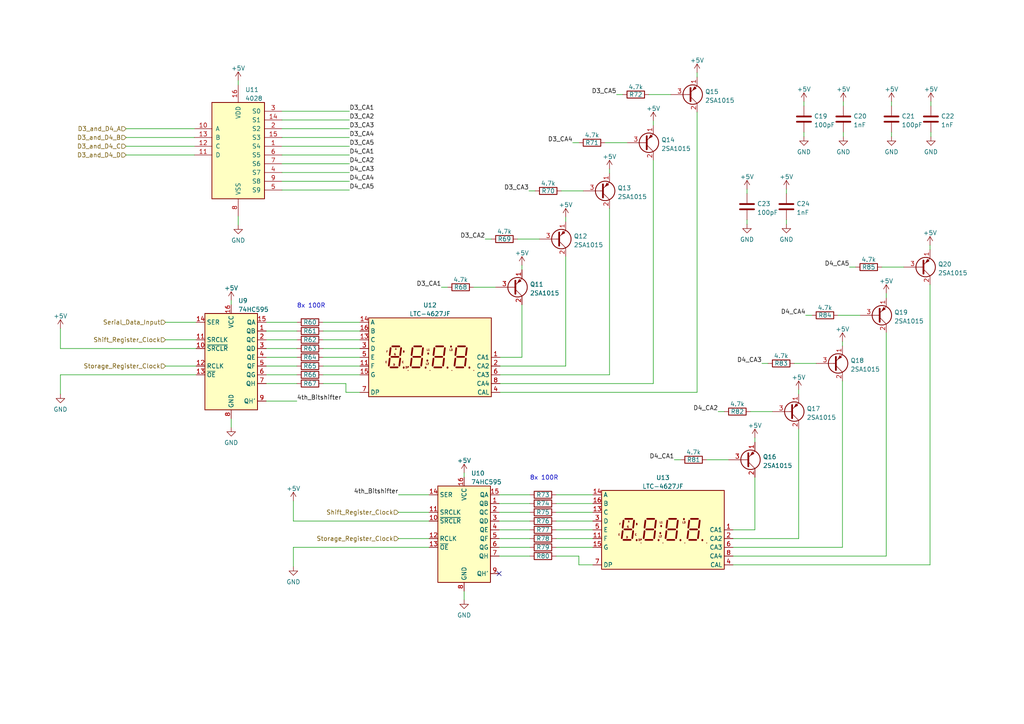
<source format=kicad_sch>
(kicad_sch (version 20211123) (generator eeschema)
  (paper "A4")
  (lib_symbols
    (symbol "4xxx:4028" (pin_names (offset 1.016))
      (property "Reference" "U" (at -7.62 13.97 0))
      (property "Value" "4028" (at -7.62 -16.51 0))
      (symbol "4028_1_0"
        (pin output line (at 12.7 0 180) (length 5.08) (name "S4") (number "1"))
        (pin input line (at -12.7 5.08 0) (length 5.08) (name "A") (number "10"))
        (pin input line (at -12.7 -2.54 0) (length 5.08) (name "D") (number "11"))
        (pin input line (at -12.7 0 0) (length 5.08) (name "C") (number "12"))
        (pin input line (at -12.7 2.54 0) (length 5.08) (name "B") (number "13"))
        (pin output line (at 12.7 7.62 180) (length 5.08) (name "S1") (number "14"))
        (pin output line (at 12.7 2.54 180) (length 5.08) (name "S3") (number "15"))
        (pin power_in line (at 0 17.78 270) (length 5.08) (name "VDD") (number "16"))
        (pin output line (at 12.7 5.08 180) (length 5.08) (name "S2") (number "2"))
        (pin output line (at 12.7 10.16 180) (length 5.08) (name "S0") (number "3"))
        (pin output line (at 12.7 -7.62 180) (length 5.08) (name "S7") (number "4"))
        (pin output line (at 12.7 -12.7 180) (length 5.08) (name "S9") (number "5"))
        (pin output line (at 12.7 -2.54 180) (length 5.08) (name "S5") (number "6"))
        (pin output line (at 12.7 -5.08 180) (length 5.08) (name "S6") (number "7"))
        (pin power_in line (at 0 -20.32 90) (length 5.08) (name "VSS") (number "8"))
        (pin output line (at 12.7 -10.16 180) (length 5.08) (name "S8") (number "9"))
      )
      (symbol "4028_1_1"
        (rectangle (start -7.62 12.7) (end 7.62 -15.24) (stroke (width 0.254)) (fill (type background)))
      )
    )
    (symbol "74xx:74HC595"
      (property "Reference" "U" (at -7.62 13.97 0))
      (property "Value" "74HC595" (at -7.62 -16.51 0))
      (symbol "74HC595_1_0"
        (pin tri_state line (at 10.16 7.62 180) (length 2.54) (name "QB") (number "1"))
        (pin input line (at -10.16 2.54 0) (length 2.54) (name "~{SRCLR}") (number "10"))
        (pin input line (at -10.16 5.08 0) (length 2.54) (name "SRCLK") (number "11"))
        (pin input line (at -10.16 -2.54 0) (length 2.54) (name "RCLK") (number "12"))
        (pin input line (at -10.16 -5.08 0) (length 2.54) (name "~{OE}") (number "13"))
        (pin input line (at -10.16 10.16 0) (length 2.54) (name "SER") (number "14"))
        (pin tri_state line (at 10.16 10.16 180) (length 2.54) (name "QA") (number "15"))
        (pin power_in line (at 0 15.24 270) (length 2.54) (name "VCC") (number "16"))
        (pin tri_state line (at 10.16 5.08 180) (length 2.54) (name "QC") (number "2"))
        (pin tri_state line (at 10.16 2.54 180) (length 2.54) (name "QD") (number "3"))
        (pin tri_state line (at 10.16 0 180) (length 2.54) (name "QE") (number "4"))
        (pin tri_state line (at 10.16 -2.54 180) (length 2.54) (name "QF") (number "5"))
        (pin tri_state line (at 10.16 -5.08 180) (length 2.54) (name "QG") (number "6"))
        (pin tri_state line (at 10.16 -7.62 180) (length 2.54) (name "QH") (number "7"))
        (pin power_in line (at 0 -17.78 90) (length 2.54) (name "GND") (number "8"))
        (pin output line (at 10.16 -12.7 180) (length 2.54) (name "QH'") (number "9"))
      )
      (symbol "74HC595_1_1"
        (rectangle (start -7.62 12.7) (end 7.62 -15.24) (stroke (width 0.254)) (fill (type background)))
      )
    )
    (symbol "Device:C" (pin_numbers hide) (pin_names (offset 0.254))
      (property "Reference" "C" (at 0.635 2.54 0))
      (property "Value" "C" (at 0.635 -2.54 0))
      (symbol "C_0_1"
        (polyline (pts (xy -2.032 -0.762) (xy 2.032 -0.762)) (stroke (width 0.508)))
        (polyline (pts (xy -2.032 0.762) (xy 2.032 0.762)) (stroke (width 0.508)))
      )
      (symbol "C_1_1"
        (pin passive line (at 0 3.81 270) (length 2.794) (name "~") (number "1"))
        (pin passive line (at 0 -3.81 90) (length 2.794) (name "~") (number "2"))
      )
    )
    (symbol "Device:R" (pin_numbers hide) (pin_names (offset 0))
      (property "Reference" "R" (at 2.032 0 90))
      (property "Value" "R" (at 0 0 90))
      (symbol "R_0_1"
        (rectangle (start -1.016 -2.54) (end 1.016 2.54) (stroke (width 0.254)))
      )
      (symbol "R_1_1"
        (pin passive line (at 0 3.81 270) (length 1.27) (name "~") (number "1"))
        (pin passive line (at 0 -3.81 90) (length 1.27) (name "~") (number "2"))
      )
    )
    (symbol "Display_Character:LTC-4627JF"
      (property "Reference" "U" (at -17.78 12.7 0))
      (property "Value" "LTC-4627JF" (at 17.78 12.7 0))
      (symbol "LTC-4627JF_0_1"
        (rectangle (start -17.78 -11.43) (end 17.78 11.43) (stroke (width 0.254)) (fill (type background)))
        (rectangle (start -6.35 -3.81) (end -6.35 -3.81) (stroke (width 0.254)))
        (rectangle (start 0 -3.81) (end 0 -3.81) (stroke (width 0.254)))
        (polyline (pts (xy -6.35 -3.81) (xy -6.35 -3.81)) (stroke (width 0.254)))
        (polyline (pts (xy 0 -3.81) (xy 0 -3.81)) (stroke (width 0.254)))
        (polyline (pts (xy 6.35 -3.81) (xy 6.35 -3.81)) (stroke (width 0.254)))
        (polyline (pts (xy 12.7 -3.81) (xy 12.7 -3.81)) (stroke (width 0.254)))
        (rectangle (start 6.35 -3.81) (end 6.35 -3.81) (stroke (width 0.254)))
        (rectangle (start 12.7 -3.81) (end 12.7 -3.81) (stroke (width 0.254)))
      )
      (symbol "LTC-4627JF_1_0"
        (text "A" (at -9.906 2.413 0) (effects (font (size 0.508 0.508))))
        (text "B" (at -7.62 1.651 0) (effects (font (size 0.508 0.508))))
        (text "C" (at -7.874 -1.397 0) (effects (font (size 0.508 0.508))))
        (text "D" (at -10.414 -2.159 0) (effects (font (size 0.508 0.508))))
        (text "DP" (at -6.604 -2.921 0) (effects (font (size 0.508 0.508))))
        (text "E" (at -12.7 -1.397 0) (effects (font (size 0.508 0.508))))
        (text "F" (at -12.446 1.651 0) (effects (font (size 0.508 0.508))))
        (text "G" (at -10.16 0.889 0) (effects (font (size 0.508 0.508))))
        (text "L1" (at -0.508 2.159 0) (effects (font (size 0.508 0.508))))
        (text "L2" (at -0.762 -1.905 0) (effects (font (size 0.508 0.508))))
        (text "L3" (at 6.096 2.159 0) (effects (font (size 0.508 0.508))))
      )
      (symbol "LTC-4627JF_1_1"
        (polyline (pts (xy -11.684 -0.381) (xy -11.938 -2.413)) (stroke (width 0.508)))
        (polyline (pts (xy -11.43 -2.921) (xy -9.398 -2.921)) (stroke (width 0.508)))
        (polyline (pts (xy -11.43 2.667) (xy -11.684 0.635)) (stroke (width 0.508)))
        (polyline (pts (xy -11.176 0.127) (xy -9.144 0.127)) (stroke (width 0.508)))
        (polyline (pts (xy -10.922 3.175) (xy -8.89 3.175)) (stroke (width 0.508)))
        (polyline (pts (xy -8.636 -0.381) (xy -8.89 -2.413)) (stroke (width 0.508)))
        (polyline (pts (xy -8.382 2.667) (xy -8.636 0.635)) (stroke (width 0.508)))
        (polyline (pts (xy -7.62 -3.048) (xy -7.62 -2.921)) (stroke (width 0.508)))
        (polyline (pts (xy -5.334 -0.381) (xy -5.588 -2.413)) (stroke (width 0.508)))
        (polyline (pts (xy -5.08 -2.921) (xy -3.048 -2.921)) (stroke (width 0.508)))
        (polyline (pts (xy -5.08 2.667) (xy -5.334 0.635)) (stroke (width 0.508)))
        (polyline (pts (xy -4.826 0.127) (xy -2.794 0.127)) (stroke (width 0.508)))
        (polyline (pts (xy -4.572 3.175) (xy -2.54 3.175)) (stroke (width 0.508)))
        (polyline (pts (xy -2.286 -0.381) (xy -2.54 -2.413)) (stroke (width 0.508)))
        (polyline (pts (xy -2.032 2.667) (xy -2.286 0.635)) (stroke (width 0.508)))
        (polyline (pts (xy -1.27 -3.048) (xy -1.27 -2.921)) (stroke (width 0.508)))
        (polyline (pts (xy -0.762 -1.016) (xy -0.762 -0.889)) (stroke (width 0.508)))
        (polyline (pts (xy -0.508 1.016) (xy -0.508 1.143)) (stroke (width 0.508)))
        (polyline (pts (xy 1.016 -0.381) (xy 0.762 -2.413)) (stroke (width 0.508)))
        (polyline (pts (xy 1.27 -2.921) (xy 3.302 -2.921)) (stroke (width 0.508)))
        (polyline (pts (xy 1.27 2.667) (xy 1.016 0.635)) (stroke (width 0.508)))
        (polyline (pts (xy 1.524 0.127) (xy 3.556 0.127)) (stroke (width 0.508)))
        (polyline (pts (xy 1.778 3.175) (xy 3.81 3.175)) (stroke (width 0.508)))
        (polyline (pts (xy 4.064 -0.381) (xy 3.81 -2.413)) (stroke (width 0.508)))
        (polyline (pts (xy 4.318 2.667) (xy 4.064 0.635)) (stroke (width 0.508)))
        (polyline (pts (xy 5.08 -3.048) (xy 5.08 -2.921)) (stroke (width 0.508)))
        (polyline (pts (xy 6.096 3.048) (xy 6.096 3.175)) (stroke (width 0.508)))
        (polyline (pts (xy 7.366 -0.381) (xy 7.112 -2.413)) (stroke (width 0.508)))
        (polyline (pts (xy 7.62 -2.921) (xy 9.652 -2.921)) (stroke (width 0.508)))
        (polyline (pts (xy 7.62 2.667) (xy 7.366 0.635)) (stroke (width 0.508)))
        (polyline (pts (xy 7.874 0.127) (xy 9.906 0.127)) (stroke (width 0.508)))
        (polyline (pts (xy 8.128 3.175) (xy 10.16 3.175)) (stroke (width 0.508)))
        (polyline (pts (xy 10.414 -0.381) (xy 10.16 -2.413)) (stroke (width 0.508)))
        (polyline (pts (xy 10.668 2.667) (xy 10.414 0.635)) (stroke (width 0.508)))
        (polyline (pts (xy 11.43 -3.048) (xy 11.43 -2.921)) (stroke (width 0.508)))
        (pin input line (at 20.32 0 180) (length 2.54) (name "CA1") (number "1"))
        (pin input line (at -20.32 -2.54 0) (length 2.54) (name "F") (number "11"))
        (pin input line (at -20.32 5.08 0) (length 2.54) (name "C") (number "13"))
        (pin input line (at -20.32 10.16 0) (length 2.54) (name "A") (number "14"))
        (pin input line (at -20.32 -5.08 0) (length 2.54) (name "G") (number "15"))
        (pin input line (at -20.32 7.62 0) (length 2.54) (name "B") (number "16"))
        (pin input line (at 20.32 -2.54 180) (length 2.54) (name "CA2") (number "2"))
        (pin input line (at -20.32 2.54 0) (length 2.54) (name "D") (number "3"))
        (pin input line (at 20.32 -10.16 180) (length 2.54) (name "CAL") (number "4"))
        (pin input line (at -20.32 0 0) (length 2.54) (name "E") (number "5"))
        (pin input line (at 20.32 -5.08 180) (length 2.54) (name "CA3") (number "6"))
        (pin input line (at -20.32 -10.16 0) (length 2.54) (name "DP") (number "7"))
        (pin input line (at 20.32 -7.62 180) (length 2.54) (name "CA4") (number "8"))
        (pin no_connect line (at 17.78 7.62 180) (length 2.54) hide (name "NC") (number "9"))
      )
    )
    (symbol "Transistor_BJT:2SA1015" (pin_names (offset 0) hide)
      (property "Reference" "Q" (at 5.08 1.905 0))
      (property "Value" "2SA1015" (at 5.08 0 0))
      (symbol "2SA1015_0_1"
        (polyline (pts (xy 0 0) (xy 0.635 0)))
        (polyline (pts (xy 2.54 -2.54) (xy 0.635 -0.635)))
        (polyline (pts (xy 2.54 2.54) (xy 0.635 0.635)))
        (polyline (pts (xy 0.635 1.905) (xy 0.635 -1.905) (xy 0.635 -1.905)) (stroke (width 0.508)) (fill (type outline)))
        (polyline (pts (xy 1.778 -2.286) (xy 2.286 -1.778) (xy 1.27 -1.27) (xy 1.778 -2.286) (xy 1.778 -2.286)) (fill (type outline)))
        (circle (center 1.27 0) (radius 2.8194) (stroke (width 0.254)))
      )
      (symbol "2SA1015_1_1"
        (pin passive line (at 2.54 -5.08 90) (length 2.54) (name "E") (number "1"))
        (pin passive line (at 2.54 5.08 270) (length 2.54) (name "C") (number "2"))
        (pin input line (at -5.08 0 0) (length 5.08) (name "B") (number "3"))
      )
    )
    (symbol "power:+5V" (power) (pin_names (offset 0))
      (property "Value" "+5V" (at 0 3.556 0))
      (symbol "+5V_0_1"
        (polyline (pts (xy -0.762 1.27) (xy 0 2.54)))
        (polyline (pts (xy 0 0) (xy 0 2.54)))
        (polyline (pts (xy 0 2.54) (xy 0.762 1.27)))
      )
      (symbol "+5V_1_1"
        (pin power_in line (at 0 0 90) (length 0) hide (name "+5V") (number "1"))
      )
    )
    (symbol "power:GND" (power) (pin_names (offset 0))
      (property "Value" "GND" (at 0 -3.81 0))
      (symbol "GND_0_1"
        (polyline (pts (xy 0 0) (xy 0 -1.27) (xy 1.27 -1.27) (xy 0 -2.54) (xy -1.27 -1.27) (xy 0 -1.27)))
      )
      (symbol "GND_1_1"
        (pin power_in line (at 0 0 270) (length 0) hide (name "GND") (number "1"))
      )
    )
  )
  (no_connect (at 144.78 166.37))
  (wire (pts (xy 115.57 143.51) (xy 124.46 143.51)))
  (wire (pts (xy 167.894 163.83) (xy 171.958 163.83)))
  (wire (pts (xy 81.788 52.578) (xy 101.346 52.578)))
  (wire (pts (xy 167.894 41.402) (xy 166.116 41.402)))
  (wire (pts (xy 36.576 39.878) (xy 56.388 39.878)))
  (wire (pts (xy 81.788 55.118) (xy 101.346 55.118)))
  (wire (pts (xy 244.348 99.06) (xy 244.348 100.33)))
  (wire (pts (xy 244.602 38.354) (xy 244.602 39.624)))
  (wire (pts (xy 258.572 38.354) (xy 258.572 39.624)))
  (wire (pts (xy 69.088 23.368) (xy 69.088 24.638)))
  (wire (pts (xy 81.788 34.798) (xy 101.346 34.798)))
  (wire (pts (xy 48.006 93.472) (xy 56.896 93.472)))
  (wire (pts (xy 48.006 98.552) (xy 56.896 98.552)))
  (wire (pts (xy 36.576 44.958) (xy 56.388 44.958)))
  (wire (pts (xy 204.978 133.35) (xy 211.328 133.35)))
  (wire (pts (xy 270.002 29.464) (xy 270.002 30.734)))
  (wire (pts (xy 228.092 54.864) (xy 228.092 56.134)))
  (wire (pts (xy 81.788 37.338) (xy 101.346 37.338)))
  (wire (pts (xy 137.414 83.312) (xy 143.764 83.312)))
  (wire (pts (xy 218.948 127) (xy 218.948 128.27)))
  (wire (pts (xy 100.33 111.252) (xy 100.33 113.792)))
  (wire (pts (xy 77.216 103.632) (xy 86.106 103.632)))
  (wire (pts (xy 77.216 96.012) (xy 86.106 96.012)))
  (wire (pts (xy 142.494 69.342) (xy 140.716 69.342)))
  (wire (pts (xy 144.78 153.67) (xy 153.67 153.67)))
  (wire (pts (xy 144.78 158.75) (xy 153.67 158.75)))
  (wire (pts (xy 81.788 32.258) (xy 101.346 32.258)))
  (wire (pts (xy 129.794 83.312) (xy 128.016 83.312)))
  (wire (pts (xy 134.62 137.16) (xy 134.62 138.43)))
  (wire (pts (xy 124.46 151.13) (xy 85.09 151.13)))
  (wire (pts (xy 56.896 108.712) (xy 17.526 108.712)))
  (wire (pts (xy 144.78 146.05) (xy 153.67 146.05)))
  (wire (pts (xy 189.484 46.482) (xy 189.484 111.252)))
  (wire (pts (xy 77.216 93.472) (xy 86.106 93.472)))
  (wire (pts (xy 144.78 143.51) (xy 153.67 143.51)))
  (wire (pts (xy 212.598 161.29) (xy 257.048 161.29)))
  (wire (pts (xy 155.194 55.372) (xy 153.416 55.372)))
  (wire (pts (xy 93.726 103.632) (xy 104.394 103.632)))
  (wire (pts (xy 145.034 113.792) (xy 202.184 113.792)))
  (wire (pts (xy 93.726 98.552) (xy 104.394 98.552)))
  (wire (pts (xy 202.184 21.082) (xy 202.184 22.352)))
  (wire (pts (xy 180.594 27.432) (xy 178.816 27.432)))
  (wire (pts (xy 69.088 62.738) (xy 69.088 65.278)))
  (wire (pts (xy 216.662 56.134) (xy 216.662 54.864)))
  (wire (pts (xy 244.348 110.49) (xy 244.348 158.75)))
  (wire (pts (xy 197.358 133.35) (xy 195.58 133.35)))
  (wire (pts (xy 67.056 87.122) (xy 67.056 88.392)))
  (wire (pts (xy 145.034 106.172) (xy 164.084 106.172)))
  (wire (pts (xy 77.216 101.092) (xy 86.106 101.092)))
  (wire (pts (xy 77.216 108.712) (xy 86.106 108.712)))
  (wire (pts (xy 161.29 161.29) (xy 167.894 161.29)))
  (wire (pts (xy 151.384 76.962) (xy 151.384 78.232)))
  (wire (pts (xy 144.78 148.59) (xy 153.67 148.59)))
  (wire (pts (xy 161.29 156.21) (xy 171.958 156.21)))
  (wire (pts (xy 167.894 161.29) (xy 167.894 163.83)))
  (wire (pts (xy 144.78 156.21) (xy 153.67 156.21)))
  (wire (pts (xy 93.726 108.712) (xy 104.394 108.712)))
  (wire (pts (xy 233.172 38.354) (xy 233.172 39.624)))
  (wire (pts (xy 162.814 55.372) (xy 169.164 55.372)))
  (wire (pts (xy 134.62 171.45) (xy 134.62 173.99)))
  (wire (pts (xy 81.788 42.418) (xy 101.346 42.418)))
  (wire (pts (xy 161.29 153.67) (xy 171.958 153.67)))
  (wire (pts (xy 115.57 156.21) (xy 124.46 156.21)))
  (wire (pts (xy 56.896 101.092) (xy 17.526 101.092)))
  (wire (pts (xy 77.216 98.552) (xy 86.106 98.552)))
  (wire (pts (xy 244.602 29.464) (xy 244.602 30.734)))
  (wire (pts (xy 235.458 91.44) (xy 233.68 91.44)))
  (wire (pts (xy 161.29 148.59) (xy 171.958 148.59)))
  (wire (pts (xy 151.384 88.392) (xy 151.384 103.632)))
  (wire (pts (xy 161.29 143.51) (xy 171.958 143.51)))
  (wire (pts (xy 217.678 119.38) (xy 224.028 119.38)))
  (wire (pts (xy 161.29 151.13) (xy 171.958 151.13)))
  (wire (pts (xy 243.078 91.44) (xy 249.428 91.44)))
  (wire (pts (xy 145.034 108.712) (xy 176.784 108.712)))
  (wire (pts (xy 188.214 27.432) (xy 194.564 27.432)))
  (wire (pts (xy 161.29 146.05) (xy 171.958 146.05)))
  (wire (pts (xy 151.384 103.632) (xy 145.034 103.632)))
  (wire (pts (xy 231.648 124.46) (xy 231.648 156.21)))
  (wire (pts (xy 36.576 37.338) (xy 56.388 37.338)))
  (wire (pts (xy 93.726 96.012) (xy 104.394 96.012)))
  (wire (pts (xy 218.948 138.43) (xy 218.948 153.67)))
  (wire (pts (xy 255.778 77.47) (xy 262.128 77.47)))
  (wire (pts (xy 202.184 32.512) (xy 202.184 113.792)))
  (wire (pts (xy 150.114 69.342) (xy 156.464 69.342)))
  (wire (pts (xy 248.158 77.47) (xy 246.38 77.47)))
  (wire (pts (xy 270.002 38.354) (xy 270.002 39.624)))
  (wire (pts (xy 257.048 96.52) (xy 257.048 161.29)))
  (wire (pts (xy 258.572 30.734) (xy 258.572 29.464)))
  (wire (pts (xy 81.788 39.878) (xy 101.346 39.878)))
  (wire (pts (xy 216.662 63.754) (xy 216.662 65.024)))
  (wire (pts (xy 77.216 116.332) (xy 86.106 116.332)))
  (wire (pts (xy 161.29 158.75) (xy 171.958 158.75)))
  (wire (pts (xy 176.784 60.452) (xy 176.784 108.712)))
  (wire (pts (xy 48.006 106.172) (xy 56.896 106.172)))
  (wire (pts (xy 212.598 163.83) (xy 269.748 163.83)))
  (wire (pts (xy 218.948 153.67) (xy 212.598 153.67)))
  (wire (pts (xy 93.726 106.172) (xy 104.394 106.172)))
  (wire (pts (xy 164.084 62.992) (xy 164.084 64.262)))
  (wire (pts (xy 230.378 105.41) (xy 236.728 105.41)))
  (wire (pts (xy 144.78 161.29) (xy 153.67 161.29)))
  (wire (pts (xy 77.216 111.252) (xy 86.106 111.252)))
  (wire (pts (xy 189.484 35.052) (xy 189.484 36.322)))
  (wire (pts (xy 77.216 106.172) (xy 86.106 106.172)))
  (wire (pts (xy 164.084 74.422) (xy 164.084 106.172)))
  (wire (pts (xy 93.726 111.252) (xy 100.33 111.252)))
  (wire (pts (xy 222.758 105.41) (xy 220.98 105.41)))
  (wire (pts (xy 93.726 93.472) (xy 104.394 93.472)))
  (wire (pts (xy 85.09 145.288) (xy 85.09 151.13)))
  (wire (pts (xy 257.048 85.09) (xy 257.048 86.36)))
  (wire (pts (xy 176.784 49.022) (xy 176.784 50.292)))
  (wire (pts (xy 100.33 113.792) (xy 104.394 113.792)))
  (wire (pts (xy 228.092 63.754) (xy 228.092 65.024)))
  (wire (pts (xy 210.058 119.38) (xy 208.28 119.38)))
  (wire (pts (xy 269.748 71.12) (xy 269.748 72.39)))
  (wire (pts (xy 233.172 30.734) (xy 233.172 29.464)))
  (wire (pts (xy 124.46 158.75) (xy 85.09 158.75)))
  (wire (pts (xy 81.788 47.498) (xy 101.346 47.498)))
  (wire (pts (xy 144.78 151.13) (xy 153.67 151.13)))
  (wire (pts (xy 231.648 113.03) (xy 231.648 114.3)))
  (wire (pts (xy 212.598 158.75) (xy 244.348 158.75)))
  (wire (pts (xy 81.788 44.958) (xy 101.346 44.958)))
  (wire (pts (xy 67.056 121.412) (xy 67.056 123.952)))
  (wire (pts (xy 81.788 50.038) (xy 101.346 50.038)))
  (wire (pts (xy 17.526 108.712) (xy 17.526 114.3)))
  (wire (pts (xy 85.09 158.75) (xy 85.09 164.338)))
  (wire (pts (xy 175.514 41.402) (xy 181.864 41.402)))
  (wire (pts (xy 36.576 42.418) (xy 56.388 42.418)))
  (wire (pts (xy 269.748 82.55) (xy 269.748 163.83)))
  (wire (pts (xy 212.598 156.21) (xy 231.648 156.21)))
  (wire (pts (xy 115.57 148.59) (xy 124.46 148.59)))
  (wire (pts (xy 145.034 111.252) (xy 189.484 111.252)))
  (wire (pts (xy 17.526 95.25) (xy 17.526 101.092)))
  (wire (pts (xy 93.726 101.092) (xy 104.394 101.092)))
  (text "8x 100R" (at 153.67 139.446 0) (effects (font (size 1.27 1.27)) (justify left bottom)))
  (text "8x 100R" (at 86.106 89.535 0) (effects (font (size 1.27 1.27)) (justify left bottom)))
  (label "D4_CA3" (at 101.346 50.038 0))
  (label "D4_CA1" (at 195.58 133.35 180))
  (label "D3_CA3" (at 101.346 37.338 0))
  (label "D4_CA5" (at 246.38 77.47 180))
  (label "4th_Bitshifter" (at 86.106 116.332 0))
  (label "D3_CA5" (at 101.346 42.418 0))
  (label "D4_CA3" (at 220.98 105.41 180))
  (label "D3_CA5" (at 178.816 27.432 180))
  (label "D3_CA4" (at 101.346 39.878 0))
  (label "D3_CA1" (at 128.016 83.312 180))
  (label "4th_Bitshifter" (at 115.57 143.51 180))
  (label "D3_CA3" (at 153.416 55.372 180))
  (label "D4_CA2" (at 101.346 47.498 0))
  (label "D4_CA4" (at 101.346 52.578 0))
  (label "D4_CA4" (at 233.68 91.44 180))
  (label "D3_CA2" (at 140.716 69.342 180))
  (label "D3_CA1" (at 101.346 32.258 0))
  (label "D4_CA5" (at 101.346 55.118 0))
  (label "D3_CA2" (at 101.346 34.798 0))
  (label "D4_CA2" (at 208.28 119.38 180))
  (label "D3_CA4" (at 166.116 41.402 180))
  (label "D4_CA1" (at 101.346 44.958 0))
  (hierarchical_label "Storage_Register_Clock" (shape input) (at 48.006 106.172 180))
  (hierarchical_label "D3_and_D4_D" (shape input) (at 36.576 44.958 180))
  (hierarchical_label "D3_and_D4_C" (shape input) (at 36.576 42.418 180))
  (hierarchical_label "Shift_Register_Clock" (shape input) (at 48.006 98.552 180))
  (hierarchical_label "Serial_Data_Input" (shape input) (at 48.006 93.472 180))
  (hierarchical_label "D3_and_D4_B" (shape input) (at 36.576 39.878 180))
  (hierarchical_label "Storage_Register_Clock" (shape input) (at 115.57 156.21 180))
  (hierarchical_label "Shift_Register_Clock" (shape input) (at 115.57 148.59 180))
  (hierarchical_label "D3_and_D4_A" (shape input) (at 36.576 37.338 180))
  (symbol (lib_id "Device:C") (at 216.662 59.944 0) (unit 1)
    (property "Reference" "C23" (at 219.583 59.1093 0) (effects (justify left)))
    (property "Value" "100pF" (at 219.583 61.6462 0) (effects (justify left)))
    (property "Footprint" "Capacitor_THT:C_Disc_D3.8mm_W2.6mm_P2.50mm" (effects hide))
  )
  (symbol (lib_id "Device:R") (at 201.168 133.35 90) (unit 1)
    (property "Reference" "R81" (at 201.168 133.35 90))
    (property "Value" "4.7k" (at 201.168 131.1711 90))
    (property "Footprint" "Resistor_THT:R_Axial_DIN0207_L6.3mm_D2.5mm_P7.62mm_Horizontal" (effects hide))
  )
  (symbol (lib_id "power:GND") (at 244.602 39.624 0) (unit 1)
    (property "Reference" "#PWR065" (effects hide))
    (property "Value" "GND" (at 244.602 44.0674 0))
  )
  (symbol (lib_id "power:+5V") (at 244.602 29.464 0) (unit 1)
    (property "Reference" "#PWR060" (effects hide))
    (property "Value" "+5V" (at 244.602 25.8882 0))
  )
  (symbol (lib_id "Device:R") (at 89.916 93.472 90) (unit 1)
    (property "Reference" "R60" (at 89.916 93.472 90))
    (property "Value" "100R" (effects hide))
    (property "Footprint" "Resistor_THT:R_Axial_DIN0207_L6.3mm_D2.5mm_P7.62mm_Horizontal" (effects hide))
  )
  (symbol (lib_id "Device:R") (at 89.916 98.552 90) (unit 1)
    (property "Reference" "R62" (at 89.916 98.552 90))
    (property "Value" "100R" (effects hide))
    (property "Footprint" "Resistor_THT:R_Axial_DIN0207_L6.3mm_D2.5mm_P7.62mm_Horizontal" (effects hide))
  )
  (symbol (lib_id "power:GND") (at 270.002 39.624 0) (unit 1)
    (property "Reference" "#PWR067" (effects hide))
    (property "Value" "GND" (at 270.002 44.0674 0))
  )
  (symbol (lib_id "power:GND") (at 67.056 123.952 0) (unit 1)
    (property "Reference" "#PWR083" (effects hide))
    (property "Value" "GND" (at 67.056 128.3954 0))
  )
  (symbol (lib_id "Transistor_BJT:2SA1015") (at 148.844 83.312 0) (mirror x) (unit 1)
    (property "Reference" "Q11" (at 153.6954 82.4773 0) (effects (justify left)))
    (property "Value" "2SA1015" (at 153.6954 85.0142 0) (effects (justify left)))
    (property "Footprint" "Package_TO_SOT_THT:TO-92_Wide" (effects hide))
    (property "Datasheet" "http://www.datasheetcatalog.org/datasheet/toshiba/905.pdf" (effects hide))
  )
  (symbol (lib_id "Device:R") (at 133.604 83.312 90) (unit 1)
    (property "Reference" "R68" (at 133.604 83.312 90))
    (property "Value" "4.7k" (at 133.604 81.1331 90))
    (property "Footprint" "Resistor_THT:R_Axial_DIN0207_L6.3mm_D2.5mm_P7.62mm_Horizontal" (effects hide))
  )
  (symbol (lib_id "74xx:74HC595") (at 67.056 103.632 0) (unit 1)
    (property "Reference" "U9" (at 69.0754 87.2322 0) (effects (justify left)))
    (property "Value" "74HC595" (at 69.0754 89.7691 0) (effects (justify left)))
    (property "Footprint" "Package_DIP:DIP-16_W7.62mm_LongPads" (effects hide))
    (property "Datasheet" "http://www.ti.com/lit/ds/symlink/sn74hc595.pdf" (effects hide))
  )
  (symbol (lib_id "Transistor_BJT:2SA1015") (at 186.944 41.402 0) (mirror x) (unit 1)
    (property "Reference" "Q14" (at 191.7954 40.5673 0) (effects (justify left)))
    (property "Value" "2SA1015" (at 191.7954 43.1042 0) (effects (justify left)))
    (property "Footprint" "Package_TO_SOT_THT:TO-92_Wide" (effects hide))
    (property "Datasheet" "http://www.datasheetcatalog.org/datasheet/toshiba/905.pdf" (effects hide))
  )
  (symbol (lib_id "Device:R") (at 157.48 161.29 90) (unit 1)
    (property "Reference" "R80" (at 157.48 161.29 90))
    (property "Value" "100R" (effects hide))
    (property "Footprint" "Resistor_THT:R_Axial_DIN0207_L6.3mm_D2.5mm_P7.62mm_Horizontal" (effects hide))
  )
  (symbol (lib_id "power:GND") (at 85.09 164.338 0) (unit 1)
    (property "Reference" "#PWR087" (effects hide))
    (property "Value" "GND" (at 85.09 168.7814 0))
  )
  (symbol (lib_id "Transistor_BJT:2SA1015") (at 229.108 119.38 0) (mirror x) (unit 1)
    (property "Reference" "Q17" (at 233.9594 118.5453 0) (effects (justify left)))
    (property "Value" "2SA1015" (at 233.9594 121.0822 0) (effects (justify left)))
    (property "Footprint" "Package_TO_SOT_THT:TO-92_Wide" (effects hide))
    (property "Datasheet" "http://www.datasheetcatalog.org/datasheet/toshiba/905.pdf" (effects hide))
  )
  (symbol (lib_id "power:+5V") (at 269.748 71.12 0) (unit 1)
    (property "Reference" "#PWR075" (effects hide))
    (property "Value" "+5V" (at 269.748 67.5442 0))
  )
  (symbol (lib_id "Device:R") (at 89.916 106.172 90) (unit 1)
    (property "Reference" "R65" (at 89.916 106.172 90))
    (property "Value" "100R" (effects hide))
    (property "Footprint" "Resistor_THT:R_Axial_DIN0207_L6.3mm_D2.5mm_P7.62mm_Horizontal" (effects hide))
  )
  (symbol (lib_id "power:+5V") (at 134.62 137.16 0) (unit 1)
    (property "Reference" "#PWR085" (effects hide))
    (property "Value" "+5V" (at 134.62 133.5842 0))
  )
  (symbol (lib_id "Display_Character:LTC-4627JF") (at 192.278 153.67 0) (unit 1)
    (property "Reference" "U13" (at 192.278 138.5402 0))
    (property "Value" "LTC-4627JF" (at 192.278 141.0771 0))
    (property "Footprint" "Display_7Segment:LTC-4627Jx" (effects hide))
    (property "Datasheet" "http://optoelectronics.liteon.com/upload/download/DS30-2000-192/C4627JF.pdf" (effects hide))
  )
  (symbol (lib_id "Device:C") (at 233.172 34.544 0) (unit 1)
    (property "Reference" "C19" (at 236.093 33.7093 0) (effects (justify left)))
    (property "Value" "100pF" (at 236.093 36.2462 0) (effects (justify left)))
    (property "Footprint" "Capacitor_THT:C_Disc_D3.8mm_W2.6mm_P2.50mm" (effects hide))
  )
  (symbol (lib_id "power:+5V") (at 17.526 95.25 0) (unit 1)
    (property "Reference" "#PWR079" (effects hide))
    (property "Value" "+5V" (at 17.526 91.6742 0))
  )
  (symbol (lib_id "Device:R") (at 157.48 151.13 90) (unit 1)
    (property "Reference" "R76" (at 157.48 151.13 90))
    (property "Value" "100R" (effects hide))
    (property "Footprint" "Resistor_THT:R_Axial_DIN0207_L6.3mm_D2.5mm_P7.62mm_Horizontal" (effects hide))
  )
  (symbol (lib_id "power:+5V") (at 257.048 85.09 0) (unit 1)
    (property "Reference" "#PWR077" (effects hide))
    (property "Value" "+5V" (at 257.048 81.5142 0))
  )
  (symbol (lib_id "Device:C") (at 244.602 34.544 0) (unit 1)
    (property "Reference" "C20" (at 247.523 33.7093 0) (effects (justify left)))
    (property "Value" "1nF" (at 247.523 36.2462 0) (effects (justify left)))
    (property "Footprint" "Capacitor_THT:C_Disc_D3.8mm_W2.6mm_P2.50mm" (effects hide))
  )
  (symbol (lib_id "Device:R") (at 157.48 148.59 90) (unit 1)
    (property "Reference" "R75" (at 157.48 148.59 90))
    (property "Value" "100R" (effects hide))
    (property "Footprint" "Resistor_THT:R_Axial_DIN0207_L6.3mm_D2.5mm_P7.62mm_Horizontal" (effects hide))
  )
  (symbol (lib_id "power:+5V") (at 228.092 54.864 0) (unit 1)
    (property "Reference" "#PWR070" (effects hide))
    (property "Value" "+5V" (at 228.092 51.2882 0))
  )
  (symbol (lib_id "Device:R") (at 213.868 119.38 90) (unit 1)
    (property "Reference" "R82" (at 213.868 119.38 90))
    (property "Value" "4.7k" (at 213.868 117.2011 90))
    (property "Footprint" "Resistor_THT:R_Axial_DIN0207_L6.3mm_D2.5mm_P7.62mm_Horizontal" (effects hide))
  )
  (symbol (lib_id "Transistor_BJT:2SA1015") (at 174.244 55.372 0) (mirror x) (unit 1)
    (property "Reference" "Q13" (at 179.0954 54.5373 0) (effects (justify left)))
    (property "Value" "2SA1015" (at 179.0954 57.0742 0) (effects (justify left)))
    (property "Footprint" "Package_TO_SOT_THT:TO-92_Wide" (effects hide))
    (property "Datasheet" "http://www.datasheetcatalog.org/datasheet/toshiba/905.pdf" (effects hide))
  )
  (symbol (lib_id "Device:R") (at 157.48 143.51 90) (unit 1)
    (property "Reference" "R73" (at 157.48 143.51 90))
    (property "Value" "100R" (effects hide))
    (property "Footprint" "Resistor_THT:R_Axial_DIN0207_L6.3mm_D2.5mm_P7.62mm_Horizontal" (effects hide))
  )
  (symbol (lib_id "power:GND") (at 216.662 65.024 0) (unit 1)
    (property "Reference" "#PWR072" (effects hide))
    (property "Value" "GND" (at 216.662 69.4674 0))
  )
  (symbol (lib_id "power:+5V") (at 67.056 87.122 0) (unit 1)
    (property "Reference" "#PWR078" (effects hide))
    (property "Value" "+5V" (at 67.056 83.5462 0))
  )
  (symbol (lib_id "power:+5V") (at 69.088 23.368 0) (unit 1)
    (property "Reference" "#PWR058" (effects hide))
    (property "Value" "+5V" (at 69.088 19.7922 0))
  )
  (symbol (lib_id "power:+5V") (at 164.084 62.992 0) (unit 1)
    (property "Reference" "#PWR071" (effects hide))
    (property "Value" "+5V" (at 164.084 59.4162 0))
  )
  (symbol (lib_id "4xxx:4028") (at 69.088 42.418 0) (unit 1)
    (property "Reference" "U11" (at 71.1074 26.0182 0) (effects (justify left)))
    (property "Value" "4028" (at 71.1074 28.5551 0) (effects (justify left)))
    (property "Footprint" "Package_DIP:DIP-16_W7.62mm_LongPads" (effects hide))
    (property "Datasheet" "http://www.intersil.com/content/dam/Intersil/documents/cd40/cd4028bms.pdf" (effects hide))
  )
  (symbol (lib_id "Device:R") (at 159.004 55.372 90) (unit 1)
    (property "Reference" "R70" (at 159.004 55.372 90))
    (property "Value" "4.7k" (at 159.004 53.1931 90))
    (property "Footprint" "Resistor_THT:R_Axial_DIN0207_L6.3mm_D2.5mm_P7.62mm_Horizontal" (effects hide))
  )
  (symbol (lib_id "Display_Character:LTC-4627JF") (at 124.714 103.632 0) (unit 1)
    (property "Reference" "U12" (at 124.714 88.5022 0))
    (property "Value" "LTC-4627JF" (at 124.714 91.0391 0))
    (property "Footprint" "Display_7Segment:LTC-4627Jx" (effects hide))
    (property "Datasheet" "http://optoelectronics.liteon.com/upload/download/DS30-2000-192/C4627JF.pdf" (effects hide))
  )
  (symbol (lib_id "Device:R") (at 184.404 27.432 90) (unit 1)
    (property "Reference" "R72" (at 184.404 27.432 90))
    (property "Value" "4.7k" (at 184.404 25.2531 90))
    (property "Footprint" "Resistor_THT:R_Axial_DIN0207_L6.3mm_D2.5mm_P7.62mm_Horizontal" (effects hide))
  )
  (symbol (lib_id "Transistor_BJT:2SA1015") (at 241.808 105.41 0) (mirror x) (unit 1)
    (property "Reference" "Q18" (at 246.6594 104.5753 0) (effects (justify left)))
    (property "Value" "2SA1015" (at 246.6594 107.1122 0) (effects (justify left)))
    (property "Footprint" "Package_TO_SOT_THT:TO-92_Wide" (effects hide))
    (property "Datasheet" "http://www.datasheetcatalog.org/datasheet/toshiba/905.pdf" (effects hide))
  )
  (symbol (lib_id "Device:R") (at 157.48 146.05 90) (unit 1)
    (property "Reference" "R74" (at 157.48 146.05 90))
    (property "Value" "100R" (effects hide))
    (property "Footprint" "Resistor_THT:R_Axial_DIN0207_L6.3mm_D2.5mm_P7.62mm_Horizontal" (effects hide))
  )
  (symbol (lib_id "power:+5V") (at 218.948 127 0) (unit 1)
    (property "Reference" "#PWR084" (effects hide))
    (property "Value" "+5V" (at 218.948 123.4242 0))
  )
  (symbol (lib_id "Device:R") (at 89.916 103.632 90) (unit 1)
    (property "Reference" "R64" (at 89.916 103.632 90))
    (property "Value" "100R" (effects hide))
    (property "Footprint" "Resistor_THT:R_Axial_DIN0207_L6.3mm_D2.5mm_P7.62mm_Horizontal" (effects hide))
  )
  (symbol (lib_id "power:+5V") (at 258.572 29.464 0) (unit 1)
    (property "Reference" "#PWR061" (effects hide))
    (property "Value" "+5V" (at 258.572 25.8882 0))
  )
  (symbol (lib_id "power:+5V") (at 176.784 49.022 0) (unit 1)
    (property "Reference" "#PWR068" (effects hide))
    (property "Value" "+5V" (at 176.784 45.4462 0))
  )
  (symbol (lib_id "Device:R") (at 89.916 111.252 90) (unit 1)
    (property "Reference" "R67" (at 89.916 111.252 90))
    (property "Value" "100R" (effects hide))
    (property "Footprint" "Resistor_THT:R_Axial_DIN0207_L6.3mm_D2.5mm_P7.62mm_Horizontal" (effects hide))
  )
  (symbol (lib_id "Transistor_BJT:2SA1015") (at 267.208 77.47 0) (mirror x) (unit 1)
    (property "Reference" "Q20" (at 272.0594 76.6353 0) (effects (justify left)))
    (property "Value" "2SA1015" (at 272.0594 79.1722 0) (effects (justify left)))
    (property "Footprint" "Package_TO_SOT_THT:TO-92_Wide" (effects hide))
    (property "Datasheet" "http://www.datasheetcatalog.org/datasheet/toshiba/905.pdf" (effects hide))
  )
  (symbol (lib_id "Device:C") (at 258.572 34.544 0) (unit 1)
    (property "Reference" "C21" (at 261.493 33.7093 0) (effects (justify left)))
    (property "Value" "100pF" (at 261.493 36.2462 0) (effects (justify left)))
    (property "Footprint" "Capacitor_THT:C_Disc_D3.8mm_W2.6mm_P2.50mm" (effects hide))
  )
  (symbol (lib_id "Device:C") (at 270.002 34.544 0) (unit 1)
    (property "Reference" "C22" (at 272.923 33.7093 0) (effects (justify left)))
    (property "Value" "1nF" (at 272.923 36.2462 0) (effects (justify left)))
    (property "Footprint" "Capacitor_THT:C_Disc_D3.8mm_W2.6mm_P2.50mm" (effects hide))
  )
  (symbol (lib_id "power:+5V") (at 216.662 54.864 0) (unit 1)
    (property "Reference" "#PWR069" (effects hide))
    (property "Value" "+5V" (at 216.662 51.2882 0))
  )
  (symbol (lib_id "Device:R") (at 157.48 153.67 90) (unit 1)
    (property "Reference" "R77" (at 157.48 153.67 90))
    (property "Value" "100R" (effects hide))
    (property "Footprint" "Resistor_THT:R_Axial_DIN0207_L6.3mm_D2.5mm_P7.62mm_Horizontal" (effects hide))
  )
  (symbol (lib_id "Transistor_BJT:2SA1015") (at 216.408 133.35 0) (mirror x) (unit 1)
    (property "Reference" "Q16" (at 221.2594 132.5153 0) (effects (justify left)))
    (property "Value" "2SA1015" (at 221.2594 135.0522 0) (effects (justify left)))
    (property "Footprint" "Package_TO_SOT_THT:TO-92_Wide" (effects hide))
    (property "Datasheet" "http://www.datasheetcatalog.org/datasheet/toshiba/905.pdf" (effects hide))
  )
  (symbol (lib_id "power:+5V") (at 85.09 145.288 0) (unit 1)
    (property "Reference" "#PWR086" (effects hide))
    (property "Value" "+5V" (at 85.09 141.7122 0))
  )
  (symbol (lib_id "power:+5V") (at 151.384 76.962 0) (unit 1)
    (property "Reference" "#PWR076" (effects hide))
    (property "Value" "+5V" (at 151.384 73.3862 0))
  )
  (symbol (lib_id "power:GND") (at 228.092 65.024 0) (unit 1)
    (property "Reference" "#PWR073" (effects hide))
    (property "Value" "GND" (at 228.092 69.4674 0))
  )
  (symbol (lib_id "Device:R") (at 157.48 156.21 90) (unit 1)
    (property "Reference" "R78" (at 157.48 156.21 90))
    (property "Value" "100R" (effects hide))
    (property "Footprint" "Resistor_THT:R_Axial_DIN0207_L6.3mm_D2.5mm_P7.62mm_Horizontal" (effects hide))
  )
  (symbol (lib_id "Transistor_BJT:2SA1015") (at 254.508 91.44 0) (mirror x) (unit 1)
    (property "Reference" "Q19" (at 259.3594 90.6053 0) (effects (justify left)))
    (property "Value" "2SA1015" (at 259.3594 93.1422 0) (effects (justify left)))
    (property "Footprint" "Package_TO_SOT_THT:TO-92_Wide" (effects hide))
    (property "Datasheet" "http://www.datasheetcatalog.org/datasheet/toshiba/905.pdf" (effects hide))
  )
  (symbol (lib_id "Device:R") (at 251.968 77.47 90) (unit 1)
    (property "Reference" "R85" (at 251.968 77.47 90))
    (property "Value" "4.7k" (at 251.968 75.2911 90))
    (property "Footprint" "Resistor_THT:R_Axial_DIN0207_L6.3mm_D2.5mm_P7.62mm_Horizontal" (effects hide))
  )
  (symbol (lib_id "power:GND") (at 17.526 114.3 0) (unit 1)
    (property "Reference" "#PWR082" (effects hide))
    (property "Value" "GND" (at 17.526 118.7434 0))
  )
  (symbol (lib_id "power:+5V") (at 270.002 29.464 0) (unit 1)
    (property "Reference" "#PWR062" (effects hide))
    (property "Value" "+5V" (at 270.002 25.8882 0))
  )
  (symbol (lib_id "Device:R") (at 171.704 41.402 90) (unit 1)
    (property "Reference" "R71" (at 171.704 41.402 90))
    (property "Value" "4.7k" (at 171.704 39.2231 90))
    (property "Footprint" "Resistor_THT:R_Axial_DIN0207_L6.3mm_D2.5mm_P7.62mm_Horizontal" (effects hide))
  )
  (symbol (lib_id "Device:R") (at 89.916 96.012 90) (unit 1)
    (property "Reference" "R61" (at 89.916 96.012 90))
    (property "Value" "100R" (effects hide))
    (property "Footprint" "Resistor_THT:R_Axial_DIN0207_L6.3mm_D2.5mm_P7.62mm_Horizontal" (effects hide))
  )
  (symbol (lib_id "74xx:74HC595") (at 134.62 153.67 0) (unit 1)
    (property "Reference" "U10" (at 136.6394 137.2702 0) (effects (justify left)))
    (property "Value" "74HC595" (at 136.6394 139.8071 0) (effects (justify left)))
    (property "Footprint" "Package_DIP:DIP-16_W7.62mm_LongPads" (effects hide))
    (property "Datasheet" "http://www.ti.com/lit/ds/symlink/sn74hc595.pdf" (effects hide))
  )
  (symbol (lib_id "power:+5V") (at 233.172 29.464 0) (unit 1)
    (property "Reference" "#PWR059" (effects hide))
    (property "Value" "+5V" (at 233.172 25.8882 0))
  )
  (symbol (lib_id "Device:C") (at 228.092 59.944 0) (unit 1)
    (property "Reference" "C24" (at 231.013 59.1093 0) (effects (justify left)))
    (property "Value" "1nF" (at 231.013 61.6462 0) (effects (justify left)))
    (property "Footprint" "Capacitor_THT:C_Disc_D3.8mm_W2.6mm_P2.50mm" (effects hide))
  )
  (symbol (lib_id "power:+5V") (at 244.348 99.06 0) (unit 1)
    (property "Reference" "#PWR080" (effects hide))
    (property "Value" "+5V" (at 244.348 95.4842 0))
  )
  (symbol (lib_id "power:GND") (at 233.172 39.624 0) (unit 1)
    (property "Reference" "#PWR064" (effects hide))
    (property "Value" "GND" (at 233.172 44.0674 0))
  )
  (symbol (lib_id "Transistor_BJT:2SA1015") (at 199.644 27.432 0) (mirror x) (unit 1)
    (property "Reference" "Q15" (at 204.4954 26.5973 0) (effects (justify left)))
    (property "Value" "2SA1015" (at 204.4954 29.1342 0) (effects (justify left)))
    (property "Footprint" "Package_TO_SOT_THT:TO-92_Wide" (effects hide))
    (property "Datasheet" "http://www.datasheetcatalog.org/datasheet/toshiba/905.pdf" (effects hide))
  )
  (symbol (lib_id "Device:R") (at 226.568 105.41 90) (unit 1)
    (property "Reference" "R83" (at 226.568 105.41 90))
    (property "Value" "4.7k" (at 226.568 103.2311 90))
    (property "Footprint" "Resistor_THT:R_Axial_DIN0207_L6.3mm_D2.5mm_P7.62mm_Horizontal" (effects hide))
  )
  (symbol (lib_id "power:+5V") (at 202.184 21.082 0) (unit 1)
    (property "Reference" "#PWR057" (effects hide))
    (property "Value" "+5V" (at 202.184 17.5062 0))
  )
  (symbol (lib_id "Device:R") (at 157.48 158.75 90) (unit 1)
    (property "Reference" "R79" (at 157.48 158.75 90))
    (property "Value" "100R" (effects hide))
    (property "Footprint" "Resistor_THT:R_Axial_DIN0207_L6.3mm_D2.5mm_P7.62mm_Horizontal" (effects hide))
  )
  (symbol (lib_id "power:GND") (at 69.088 65.278 0) (unit 1)
    (property "Reference" "#PWR074" (effects hide))
    (property "Value" "GND" (at 69.088 69.7214 0))
  )
  (symbol (lib_id "Device:R") (at 239.268 91.44 90) (unit 1)
    (property "Reference" "R84" (at 239.268 91.44 90))
    (property "Value" "4.7k" (at 239.268 89.2611 90))
    (property "Footprint" "Resistor_THT:R_Axial_DIN0207_L6.3mm_D2.5mm_P7.62mm_Horizontal" (effects hide))
  )
  (symbol (lib_id "Transistor_BJT:2SA1015") (at 161.544 69.342 0) (mirror x) (unit 1)
    (property "Reference" "Q12" (at 166.3954 68.5073 0) (effects (justify left)))
    (property "Value" "2SA1015" (at 166.3954 71.0442 0) (effects (justify left)))
    (property "Footprint" "Package_TO_SOT_THT:TO-92_Wide" (effects hide))
    (property "Datasheet" "http://www.datasheetcatalog.org/datasheet/toshiba/905.pdf" (effects hide))
  )
  (symbol (lib_id "power:GND") (at 258.572 39.624 0) (unit 1)
    (property "Reference" "#PWR066" (effects hide))
    (property "Value" "GND" (at 258.572 44.0674 0))
  )
  (symbol (lib_id "Device:R") (at 146.304 69.342 90) (unit 1)
    (property "Reference" "R69" (at 146.304 69.342 90))
    (property "Value" "4.7k" (at 146.304 67.1631 90))
    (property "Footprint" "Resistor_THT:R_Axial_DIN0207_L6.3mm_D2.5mm_P7.62mm_Horizontal" (effects hide))
  )
  (symbol (lib_id "power:+5V") (at 189.484 35.052 0) (unit 1)
    (property "Reference" "#PWR063" (effects hide))
    (property "Value" "+5V" (at 189.484 31.4762 0))
  )
  (symbol (lib_id "power:GND") (at 134.62 173.99 0) (unit 1)
    (property "Reference" "#PWR088" (effects hide))
    (property "Value" "GND" (at 134.62 178.4334 0))
  )
  (symbol (lib_id "Device:R") (at 89.916 101.092 90) (unit 1)
    (property "Reference" "R63" (at 89.916 101.092 90))
    (property "Value" "100R" (effects hide))
    (property "Footprint" "Resistor_THT:R_Axial_DIN0207_L6.3mm_D2.5mm_P7.62mm_Horizontal" (effects hide))
  )
  (symbol (lib_id "power:+5V") (at 231.648 113.03 0) (unit 1)
    (property "Reference" "#PWR081" (effects hide))
    (property "Value" "+5V" (at 231.648 109.4542 0))
  )
  (symbol (lib_id "Device:R") (at 89.916 108.712 90) (unit 1)
    (property "Reference" "R66" (at 89.916 108.712 90))
    (property "Value" "100R" (effects hide))
    (property "Footprint" "Resistor_THT:R_Axial_DIN0207_L6.3mm_D2.5mm_P7.62mm_Horizontal" (effects hide))
  )
)
</source>
